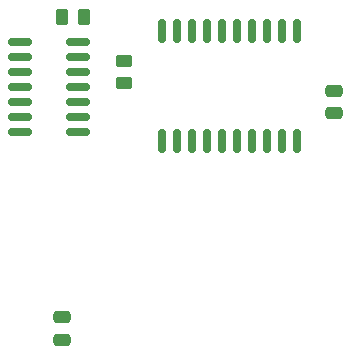
<source format=gbr>
%TF.GenerationSoftware,KiCad,Pcbnew,(6.0.1)*%
%TF.CreationDate,2022-05-14T12:38:18+08:00*%
%TF.ProjectId,SDISK2_ESP,53444953-4b32-45f4-9553-502e6b696361,rev?*%
%TF.SameCoordinates,Original*%
%TF.FileFunction,Paste,Top*%
%TF.FilePolarity,Positive*%
%FSLAX46Y46*%
G04 Gerber Fmt 4.6, Leading zero omitted, Abs format (unit mm)*
G04 Created by KiCad (PCBNEW (6.0.1)) date 2022-05-14 12:38:18*
%MOMM*%
%LPD*%
G01*
G04 APERTURE LIST*
G04 Aperture macros list*
%AMRoundRect*
0 Rectangle with rounded corners*
0 $1 Rounding radius*
0 $2 $3 $4 $5 $6 $7 $8 $9 X,Y pos of 4 corners*
0 Add a 4 corners polygon primitive as box body*
4,1,4,$2,$3,$4,$5,$6,$7,$8,$9,$2,$3,0*
0 Add four circle primitives for the rounded corners*
1,1,$1+$1,$2,$3*
1,1,$1+$1,$4,$5*
1,1,$1+$1,$6,$7*
1,1,$1+$1,$8,$9*
0 Add four rect primitives between the rounded corners*
20,1,$1+$1,$2,$3,$4,$5,0*
20,1,$1+$1,$4,$5,$6,$7,0*
20,1,$1+$1,$6,$7,$8,$9,0*
20,1,$1+$1,$8,$9,$2,$3,0*%
G04 Aperture macros list end*
%ADD10RoundRect,0.150000X-0.150000X0.875000X-0.150000X-0.875000X0.150000X-0.875000X0.150000X0.875000X0*%
%ADD11RoundRect,0.250000X0.475000X-0.250000X0.475000X0.250000X-0.475000X0.250000X-0.475000X-0.250000X0*%
%ADD12RoundRect,0.250000X-0.262500X-0.450000X0.262500X-0.450000X0.262500X0.450000X-0.262500X0.450000X0*%
%ADD13RoundRect,0.150000X0.825000X0.150000X-0.825000X0.150000X-0.825000X-0.150000X0.825000X-0.150000X0*%
%ADD14RoundRect,0.250000X0.450000X-0.262500X0.450000X0.262500X-0.450000X0.262500X-0.450000X-0.262500X0*%
G04 APERTURE END LIST*
D10*
%TO.C,U2*%
X133985000Y-82865000D03*
X132715000Y-82865000D03*
X131445000Y-82865000D03*
X130175000Y-82865000D03*
X128905000Y-82865000D03*
X127635000Y-82865000D03*
X126365000Y-82865000D03*
X125095000Y-82865000D03*
X123825000Y-82865000D03*
X122555000Y-82865000D03*
X122555000Y-92165000D03*
X123825000Y-92165000D03*
X125095000Y-92165000D03*
X126365000Y-92165000D03*
X127635000Y-92165000D03*
X128905000Y-92165000D03*
X130175000Y-92165000D03*
X131445000Y-92165000D03*
X132715000Y-92165000D03*
X133985000Y-92165000D03*
%TD*%
D11*
%TO.C,C3*%
X114129891Y-109017292D03*
X114129891Y-107117292D03*
%TD*%
D12*
%TO.C,R4*%
X114145113Y-81666781D03*
X115970113Y-81666781D03*
%TD*%
D13*
%TO.C,U5*%
X115505000Y-91440000D03*
X115505000Y-90170000D03*
X115505000Y-88900000D03*
X115505000Y-87630000D03*
X115505000Y-86360000D03*
X115505000Y-85090000D03*
X115505000Y-83820000D03*
X110555000Y-83820000D03*
X110555000Y-85090000D03*
X110555000Y-86360000D03*
X110555000Y-87630000D03*
X110555000Y-88900000D03*
X110555000Y-90170000D03*
X110555000Y-91440000D03*
%TD*%
D14*
%TO.C,R5*%
X119380000Y-87272500D03*
X119380000Y-85447500D03*
%TD*%
D11*
%TO.C,C2*%
X137160000Y-89850000D03*
X137160000Y-87950000D03*
%TD*%
M02*

</source>
